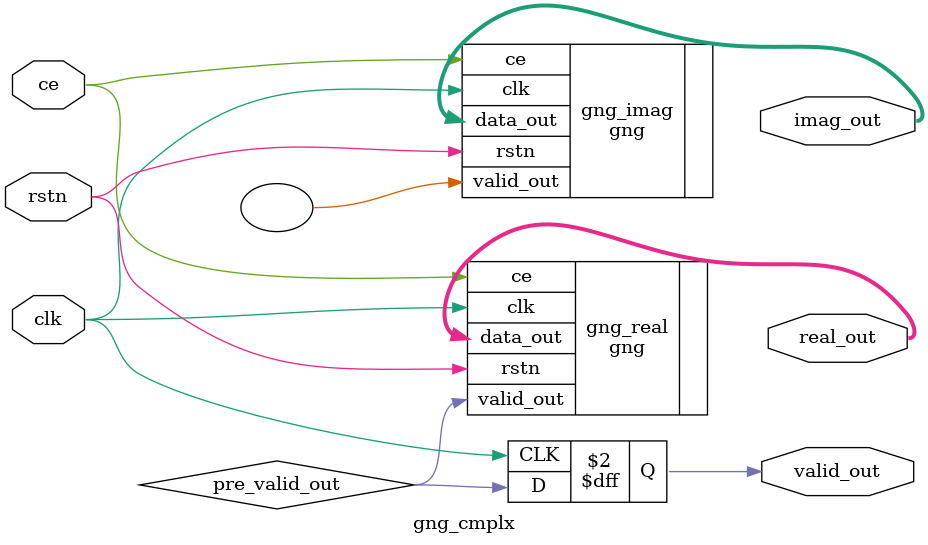
<source format=sv>
`timescale 1 ns / 1 ps

module gng_cmplx #(
    // real seeds
    parameter INIT_Z1 = 64'd5030521883283424767,
    parameter INIT_Z2 = 64'd18445829279364155008,
    parameter INIT_Z3 = 64'd18436106298727503359, 
    // imaginary seeds, not last two switched
    parameter INIT_Z4 = 64'd5030521883283424767,
    parameter INIT_Z5 = 64'd18436106298727503359,
    parameter INIT_Z6 = 64'd18445829279364155008
)
(
    // System signals
    input logic   clk,                    // system clock
    input logic   rstn,                   // system synchronous reset, active low

    // Data interface
    input logic        ce,                     // clock enable
    output logic       valid_out,             // output data valid
    output logic[15:0] real_out, imag_out        // output data, s<16,11>
);

    logic pre_valid_out;
    gng #(
       .INIT_Z1(INIT_Z1),
       .INIT_Z2(INIT_Z2),
       .INIT_Z3(INIT_Z3)
    )
    gng_real (
        .clk(clk),
        .rstn(rstn),
        .ce(ce),
        .valid_out(pre_valid_out),
        .data_out(real_out)
    );
    
    gng #(
       .INIT_Z1(INIT_Z4),
       .INIT_Z2(INIT_Z5),
       .INIT_Z3(INIT_Z6)
    )
    gng_imag (
        .clk(clk),
        .rstn(rstn),
        .ce(ce),
        .valid_out(),
        .data_out(imag_out)
    );
    
    always_ff @(posedge clk) valid_out <= pre_valid_out;

endmodule

</source>
